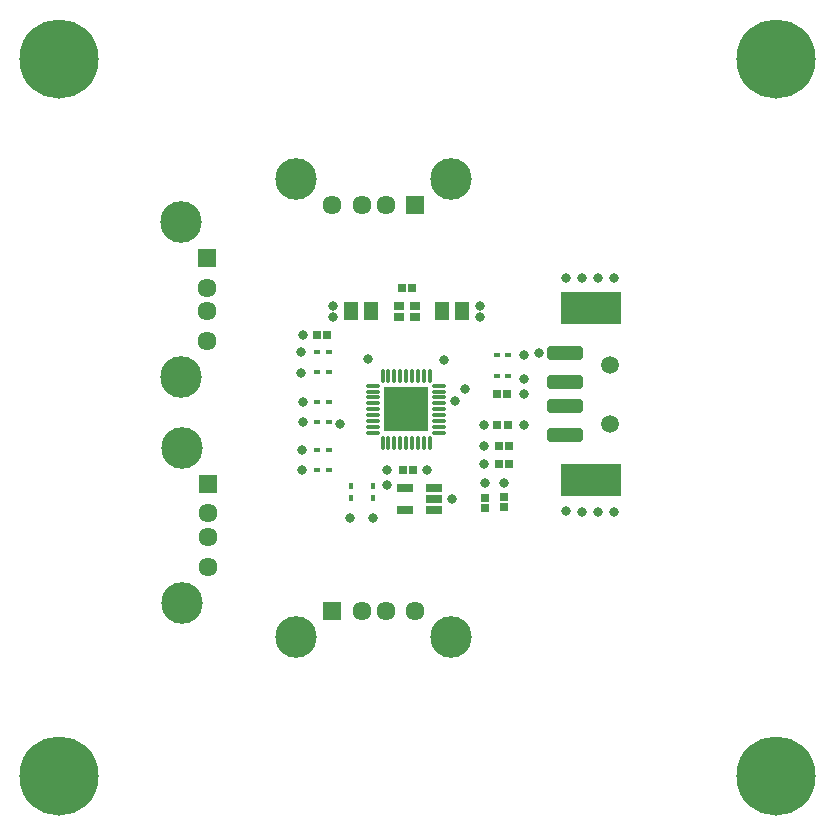
<source format=gts>
G04*
G04 #@! TF.GenerationSoftware,Altium Limited,Altium Designer,20.2.3 (150)*
G04*
G04 Layer_Color=8388736*
%FSLAX44Y44*%
%MOMM*%
G71*
G04*
G04 #@! TF.SameCoordinates,CE7551EE-2CAC-49A0-A575-A5F11EB50F32*
G04*
G04*
G04 #@! TF.FilePolarity,Negative*
G04*
G01*
G75*
%ADD32R,1.4132X0.7932*%
G04:AMPARAMS|DCode=33|XSize=1.1032mm|YSize=3.0032mm|CornerRadius=0.1196mm|HoleSize=0mm|Usage=FLASHONLY|Rotation=90.000|XOffset=0mm|YOffset=0mm|HoleType=Round|Shape=RoundedRectangle|*
%AMROUNDEDRECTD33*
21,1,1.1032,2.7640,0,0,90.0*
21,1,0.8640,3.0032,0,0,90.0*
1,1,0.2392,1.3820,0.4320*
1,1,0.2392,1.3820,-0.4320*
1,1,0.2392,-1.3820,-0.4320*
1,1,0.2392,-1.3820,0.4320*
%
%ADD33ROUNDEDRECTD33*%
%ADD34R,5.2032X2.7032*%
G04:AMPARAMS|DCode=35|XSize=0.3616mm|YSize=1.2016mm|CornerRadius=0.0599mm|HoleSize=0mm|Usage=FLASHONLY|Rotation=0.000|XOffset=0mm|YOffset=0mm|HoleType=Round|Shape=RoundedRectangle|*
%AMROUNDEDRECTD35*
21,1,0.3616,1.0818,0,0,0.0*
21,1,0.2418,1.2016,0,0,0.0*
1,1,0.1198,0.1209,-0.5409*
1,1,0.1198,-0.1209,-0.5409*
1,1,0.1198,-0.1209,0.5409*
1,1,0.1198,0.1209,0.5409*
%
%ADD35ROUNDEDRECTD35*%
%ADD36R,3.8016X3.8016*%
G04:AMPARAMS|DCode=37|XSize=0.3616mm|YSize=1.2016mm|CornerRadius=0.0599mm|HoleSize=0mm|Usage=FLASHONLY|Rotation=270.000|XOffset=0mm|YOffset=0mm|HoleType=Round|Shape=RoundedRectangle|*
%AMROUNDEDRECTD37*
21,1,0.3616,1.0818,0,0,270.0*
21,1,0.2418,1.2016,0,0,270.0*
1,1,0.1198,-0.5409,-0.1209*
1,1,0.1198,-0.5409,0.1209*
1,1,0.1198,0.5409,0.1209*
1,1,0.1198,0.5409,-0.1209*
%
%ADD37ROUNDEDRECTD37*%
%ADD38R,0.4016X0.6016*%
%ADD39R,0.8516X0.8016*%
%ADD40R,0.6416X0.7016*%
%ADD41R,0.6616X0.7316*%
%ADD42R,0.6416X0.7016*%
%ADD43R,0.7366X0.7366*%
%ADD44R,1.2616X1.5716*%
%ADD45R,0.7316X0.6616*%
%ADD46R,0.6016X0.4016*%
%ADD47C,1.6112*%
%ADD48R,1.6112X1.6112*%
%ADD49C,3.5192*%
%ADD50C,1.5032*%
%ADD51R,1.6112X1.6112*%
%ADD52C,6.7032*%
%ADD53C,0.8032*%
D32*
X1945310Y657460D02*
D03*
Y666960D02*
D03*
Y676460D02*
D03*
X1920210D02*
D03*
Y657460D02*
D03*
D33*
X2055500Y791000D02*
D03*
Y746000D02*
D03*
Y721000D02*
D03*
Y766000D02*
D03*
D34*
X2078000Y683500D02*
D03*
Y828500D02*
D03*
D35*
X1901380Y771310D02*
D03*
Y715010D02*
D03*
X1906380Y771310D02*
D03*
X1911380D02*
D03*
X1916380D02*
D03*
X1921380D02*
D03*
X1926380D02*
D03*
X1931380D02*
D03*
X1936380D02*
D03*
X1941380D02*
D03*
Y715010D02*
D03*
X1936380D02*
D03*
X1931380D02*
D03*
X1926380D02*
D03*
X1921380D02*
D03*
X1916380D02*
D03*
X1911380D02*
D03*
X1906380D02*
D03*
D36*
X1921380Y743160D02*
D03*
D37*
X1949530Y763160D02*
D03*
Y758160D02*
D03*
Y753160D02*
D03*
Y748160D02*
D03*
Y743160D02*
D03*
Y738160D02*
D03*
Y733160D02*
D03*
Y728160D02*
D03*
Y723160D02*
D03*
X1893230D02*
D03*
Y728160D02*
D03*
Y733160D02*
D03*
Y738160D02*
D03*
Y743160D02*
D03*
Y748160D02*
D03*
Y753160D02*
D03*
Y758160D02*
D03*
Y763160D02*
D03*
D38*
X1893000Y678000D02*
D03*
Y668000D02*
D03*
X1875000Y678000D02*
D03*
Y668000D02*
D03*
D39*
X1928750Y821000D02*
D03*
X1915250D02*
D03*
Y831000D02*
D03*
X1928750D02*
D03*
D40*
X1998680Y730000D02*
D03*
X2007320D02*
D03*
X1998360Y756000D02*
D03*
X2007000D02*
D03*
D41*
X1999890Y712040D02*
D03*
X2008590D02*
D03*
D42*
X1999940Y697040D02*
D03*
X2008540D02*
D03*
X1927060Y691960D02*
D03*
X1918460D02*
D03*
D43*
X1854500Y806000D02*
D03*
X1845610D02*
D03*
X1926445Y846250D02*
D03*
X1917555D02*
D03*
D44*
X1892000Y826000D02*
D03*
X1874500D02*
D03*
X1951500D02*
D03*
X1969000D02*
D03*
D45*
X2003970Y668700D02*
D03*
Y660000D02*
D03*
X1988000Y668350D02*
D03*
Y659650D02*
D03*
D46*
X1998000Y771000D02*
D03*
X2008000D02*
D03*
X1998000Y789000D02*
D03*
X2008000D02*
D03*
X1856000Y792000D02*
D03*
X1846000D02*
D03*
X1856000Y775000D02*
D03*
X1846000D02*
D03*
X1856000Y749000D02*
D03*
X1846000D02*
D03*
X1856000Y732000D02*
D03*
X1846000D02*
D03*
X1856000Y709000D02*
D03*
X1846000D02*
D03*
X1856000Y692000D02*
D03*
X1846000D02*
D03*
D47*
X1929000Y572000D02*
D03*
X1904000D02*
D03*
X1884000D02*
D03*
X1859000Y916000D02*
D03*
X1884000D02*
D03*
X1904000D02*
D03*
X1753000Y801000D02*
D03*
Y826000D02*
D03*
Y846000D02*
D03*
X1754000Y610000D02*
D03*
Y635000D02*
D03*
Y655000D02*
D03*
D48*
X1859000Y572000D02*
D03*
X1929000Y916000D02*
D03*
D49*
X1959700Y550000D02*
D03*
X1828300D02*
D03*
Y938000D02*
D03*
X1959700D02*
D03*
X1731000Y770300D02*
D03*
Y901700D02*
D03*
X1732000Y579300D02*
D03*
Y710700D02*
D03*
D50*
X2094000Y731000D02*
D03*
Y781000D02*
D03*
D51*
X1753000Y871000D02*
D03*
X1754000Y680000D02*
D03*
D52*
X1627856Y1039642D02*
D03*
X2234424D02*
D03*
Y433073D02*
D03*
X1627856D02*
D03*
D53*
X1834000Y749000D02*
D03*
X1859500Y821000D02*
D03*
X1905000Y679000D02*
D03*
X1921380Y743160D02*
D03*
X1988000Y681000D02*
D03*
X1987000Y697000D02*
D03*
X1984000Y821000D02*
D03*
X2004240Y681040D02*
D03*
X2021000Y756000D02*
D03*
X2083700Y656000D02*
D03*
X1865000Y731000D02*
D03*
X1859500Y831000D02*
D03*
X1905000Y692000D02*
D03*
X1938760Y691960D02*
D03*
X1960000Y667000D02*
D03*
X1963000Y750000D02*
D03*
X1987000Y712000D02*
D03*
Y730000D02*
D03*
X1984000Y831000D02*
D03*
X2021000Y768446D02*
D03*
X2021000Y789000D02*
D03*
Y730000D02*
D03*
X2083700Y853900D02*
D03*
X1834055Y806000D02*
D03*
X1953523Y784540D02*
D03*
X1889000Y786000D02*
D03*
X1971000Y760000D02*
D03*
X2057100Y657000D02*
D03*
X2097000Y656000D02*
D03*
X2070400D02*
D03*
X1833000Y709000D02*
D03*
X1874000Y651000D02*
D03*
X1833000Y692000D02*
D03*
X1832000Y792000D02*
D03*
Y774000D02*
D03*
X1834000Y732000D02*
D03*
X1893000Y651000D02*
D03*
X1911000Y753000D02*
D03*
X1930000D02*
D03*
X1911000Y734000D02*
D03*
X1931000Y733000D02*
D03*
X2034000Y791000D02*
D03*
X2057100Y853900D02*
D03*
X2097000D02*
D03*
X2070400D02*
D03*
M02*

</source>
